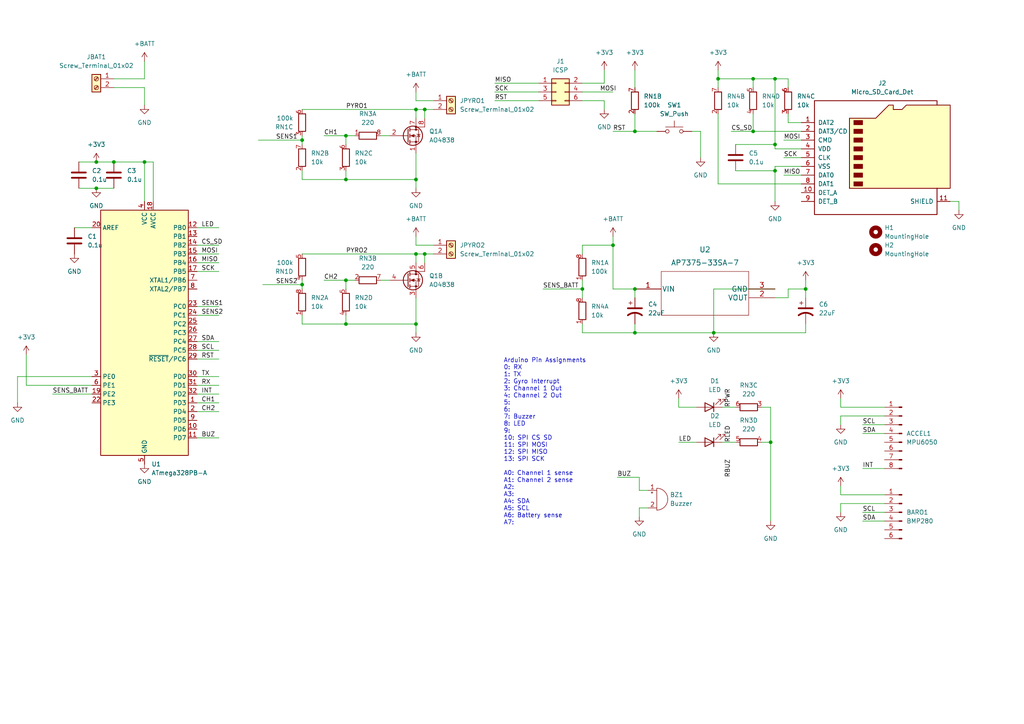
<source format=kicad_sch>
(kicad_sch (version 20230121) (generator eeschema)
  (paper "A4")
  (lib_symbols
    (symbol "Connector:Conn_01x06_Male" (pin_names (offset 1.016) hide)
      (property "Reference" "J" (at 0 7.62 0))
      (property "Value" "Conn_01x06_Male" (at 0 -10.16 0))
      (symbol "Conn_01x06_Male_1_1"
        (polyline (pts (xy 1.27 -7.62) (xy 0.8636 -7.62)) (stroke (width 0.1524)))
        (polyline (pts (xy 1.27 -5.08) (xy 0.8636 -5.08)) (stroke (width 0.1524)))
        (polyline (pts (xy 1.27 -2.54) (xy 0.8636 -2.54)) (stroke (width 0.1524)))
        (polyline (pts (xy 1.27 0) (xy 0.8636 0)) (stroke (width 0.1524)))
        (polyline (pts (xy 1.27 2.54) (xy 0.8636 2.54)) (stroke (width 0.1524)))
        (polyline (pts (xy 1.27 5.08) (xy 0.8636 5.08)) (stroke (width 0.1524)))
        (rectangle (start 0.8636 -7.493) (end 0 -7.747) (stroke (width 0.1524)) (fill (type outline)))
        (rectangle (start 0.8636 -4.953) (end 0 -5.207) (stroke (width 0.1524)) (fill (type outline)))
        (rectangle (start 0.8636 -2.413) (end 0 -2.667) (stroke (width 0.1524)) (fill (type outline)))
        (rectangle (start 0.8636 0.127) (end 0 -0.127) (stroke (width 0.1524)) (fill (type outline)))
        (rectangle (start 0.8636 2.667) (end 0 2.413) (stroke (width 0.1524)) (fill (type outline)))
        (rectangle (start 0.8636 5.207) (end 0 4.953) (stroke (width 0.1524)) (fill (type outline)))
        (pin passive line (at 5.08 5.08 180) (length 3.81) (name "Pin_1") (number "1"))
        (pin passive line (at 5.08 2.54 180) (length 3.81) (name "Pin_2") (number "2"))
        (pin passive line (at 5.08 0 180) (length 3.81) (name "Pin_3") (number "3"))
        (pin passive line (at 5.08 -2.54 180) (length 3.81) (name "Pin_4") (number "4"))
        (pin passive line (at 5.08 -5.08 180) (length 3.81) (name "Pin_5") (number "5"))
        (pin passive line (at 5.08 -7.62 180) (length 3.81) (name "Pin_6") (number "6"))
      )
    )
    (symbol "Connector:Conn_01x08_Male" (pin_names (offset 1.016) hide)
      (property "Reference" "J" (at 0 10.16 0))
      (property "Value" "Conn_01x08_Male" (at 0 -12.7 0))
      (symbol "Conn_01x08_Male_1_1"
        (polyline (pts (xy 1.27 -10.16) (xy 0.8636 -10.16)) (stroke (width 0.1524)))
        (polyline (pts (xy 1.27 -7.62) (xy 0.8636 -7.62)) (stroke (width 0.1524)))
        (polyline (pts (xy 1.27 -5.08) (xy 0.8636 -5.08)) (stroke (width 0.1524)))
        (polyline (pts (xy 1.27 -2.54) (xy 0.8636 -2.54)) (stroke (width 0.1524)))
        (polyline (pts (xy 1.27 0) (xy 0.8636 0)) (stroke (width 0.1524)))
        (polyline (pts (xy 1.27 2.54) (xy 0.8636 2.54)) (stroke (width 0.1524)))
        (polyline (pts (xy 1.27 5.08) (xy 0.8636 5.08)) (stroke (width 0.1524)))
        (polyline (pts (xy 1.27 7.62) (xy 0.8636 7.62)) (stroke (width 0.1524)))
        (rectangle (start 0.8636 -10.033) (end 0 -10.287) (stroke (width 0.1524)) (fill (type outline)))
        (rectangle (start 0.8636 -7.493) (end 0 -7.747) (stroke (width 0.1524)) (fill (type outline)))
        (rectangle (start 0.8636 -4.953) (end 0 -5.207) (stroke (width 0.1524)) (fill (type outline)))
        (rectangle (start 0.8636 -2.413) (end 0 -2.667) (stroke (width 0.1524)) (fill (type outline)))
        (rectangle (start 0.8636 0.127) (end 0 -0.127) (stroke (width 0.1524)) (fill (type outline)))
        (rectangle (start 0.8636 2.667) (end 0 2.413) (stroke (width 0.1524)) (fill (type outline)))
        (rectangle (start 0.8636 5.207) (end 0 4.953) (stroke (width 0.1524)) (fill (type outline)))
        (rectangle (start 0.8636 7.747) (end 0 7.493) (stroke (width 0.1524)) (fill (type outline)))
        (pin passive line (at 5.08 7.62 180) (length 3.81) (name "Pin_1") (number "1"))
        (pin passive line (at 5.08 5.08 180) (length 3.81) (name "Pin_2") (number "2"))
        (pin passive line (at 5.08 2.54 180) (length 3.81) (name "Pin_3") (number "3"))
        (pin passive line (at 5.08 0 180) (length 3.81) (name "Pin_4") (number "4"))
        (pin passive line (at 5.08 -2.54 180) (length 3.81) (name "Pin_5") (number "5"))
        (pin passive line (at 5.08 -5.08 180) (length 3.81) (name "Pin_6") (number "6"))
        (pin passive line (at 5.08 -7.62 180) (length 3.81) (name "Pin_7") (number "7"))
        (pin passive line (at 5.08 -10.16 180) (length 3.81) (name "Pin_8") (number "8"))
      )
    )
    (symbol "Connector:Micro_SD_Card_Det" (pin_names (offset 1.016))
      (property "Reference" "J" (at -16.51 17.78 0))
      (property "Value" "Micro_SD_Card_Det" (at 16.51 17.78 0))
      (symbol "Micro_SD_Card_Det_0_1"
        (rectangle (start -7.62 -6.985) (end -5.08 -8.255) (fill (type outline)))
        (rectangle (start -7.62 -4.445) (end -5.08 -5.715) (fill (type outline)))
        (rectangle (start -7.62 -1.905) (end -5.08 -3.175) (fill (type outline)))
        (rectangle (start -7.62 0.635) (end -5.08 -0.635) (fill (type outline)))
        (rectangle (start -7.62 3.175) (end -5.08 1.905) (fill (type outline)))
        (rectangle (start -7.62 5.715) (end -5.08 4.445) (fill (type outline)))
        (rectangle (start -7.62 8.255) (end -5.08 6.985) (fill (type outline)))
        (rectangle (start -7.62 10.795) (end -5.08 9.525) (fill (type outline)))
        (polyline (pts (xy 16.51 15.24) (xy 16.51 16.51) (xy -19.05 16.51) (xy -19.05 -16.51) (xy 16.51 -16.51) (xy 16.51 -8.89)) (stroke (width 0.254)))
        (polyline (pts (xy -8.89 -8.89) (xy -8.89 11.43) (xy -1.27 11.43) (xy 2.54 15.24) (xy 3.81 15.24) (xy 3.81 13.97) (xy 6.35 13.97) (xy 7.62 15.24) (xy 20.32 15.24) (xy 20.32 -8.89) (xy -8.89 -8.89)) (stroke (width 0.254)) (fill (type background)))
      )
      (symbol "Micro_SD_Card_Det_1_1"
        (pin bidirectional line (at -22.86 10.16 0) (length 3.81) (name "DAT2") (number "1"))
        (pin passive line (at -22.86 -10.16 0) (length 3.81) (name "DET_A") (number "10"))
        (pin passive line (at 20.32 -12.7 180) (length 3.81) (name "SHIELD") (number "11"))
        (pin bidirectional line (at -22.86 7.62 0) (length 3.81) (name "DAT3/CD") (number "2"))
        (pin input line (at -22.86 5.08 0) (length 3.81) (name "CMD") (number "3"))
        (pin power_in line (at -22.86 2.54 0) (length 3.81) (name "VDD") (number "4"))
        (pin input line (at -22.86 0 0) (length 3.81) (name "CLK") (number "5"))
        (pin power_in line (at -22.86 -2.54 0) (length 3.81) (name "VSS") (number "6"))
        (pin bidirectional line (at -22.86 -5.08 0) (length 3.81) (name "DAT0") (number "7"))
        (pin bidirectional line (at -22.86 -7.62 0) (length 3.81) (name "DAT1") (number "8"))
        (pin passive line (at -22.86 -12.7 0) (length 3.81) (name "DET_B") (number "9"))
      )
    )
    (symbol "Connector:Screw_Terminal_01x02" (pin_names (offset 1.016) hide)
      (property "Reference" "J" (at 0 2.54 0))
      (property "Value" "Screw_Terminal_01x02" (at 0 -5.08 0))
      (symbol "Screw_Terminal_01x02_1_1"
        (rectangle (start -1.27 1.27) (end 1.27 -3.81) (stroke (width 0.254)) (fill (type background)))
        (circle (center 0 -2.54) (radius 0.635) (stroke (width 0.1524)))
        (polyline (pts (xy -0.5334 -2.2098) (xy 0.3302 -3.048)) (stroke (width 0.1524)))
        (polyline (pts (xy -0.5334 0.3302) (xy 0.3302 -0.508)) (stroke (width 0.1524)))
        (polyline (pts (xy -0.3556 -2.032) (xy 0.508 -2.8702)) (stroke (width 0.1524)))
        (polyline (pts (xy -0.3556 0.508) (xy 0.508 -0.3302)) (stroke (width 0.1524)))
        (circle (center 0 0) (radius 0.635) (stroke (width 0.1524)))
        (pin passive line (at -5.08 0 0) (length 3.81) (name "Pin_1") (number "1"))
        (pin passive line (at -5.08 -2.54 0) (length 3.81) (name "Pin_2") (number "2"))
      )
    )
    (symbol "Connector_Generic:Conn_02x03_Odd_Even" (pin_names (offset 1.016) hide)
      (property "Reference" "J" (at 1.27 5.08 0))
      (property "Value" "Conn_02x03_Odd_Even" (at 1.27 -5.08 0))
      (symbol "Conn_02x03_Odd_Even_1_1"
        (rectangle (start -1.27 -2.413) (end 0 -2.667) (stroke (width 0.1524)))
        (rectangle (start -1.27 0.127) (end 0 -0.127) (stroke (width 0.1524)))
        (rectangle (start -1.27 2.667) (end 0 2.413) (stroke (width 0.1524)))
        (rectangle (start -1.27 3.81) (end 3.81 -3.81) (stroke (width 0.254)) (fill (type background)))
        (rectangle (start 3.81 -2.413) (end 2.54 -2.667) (stroke (width 0.1524)))
        (rectangle (start 3.81 0.127) (end 2.54 -0.127) (stroke (width 0.1524)))
        (rectangle (start 3.81 2.667) (end 2.54 2.413) (stroke (width 0.1524)))
        (pin passive line (at -5.08 2.54 0) (length 3.81) (name "Pin_1") (number "1"))
        (pin passive line (at 7.62 2.54 180) (length 3.81) (name "Pin_2") (number "2"))
        (pin passive line (at -5.08 0 0) (length 3.81) (name "Pin_3") (number "3"))
        (pin passive line (at 7.62 0 180) (length 3.81) (name "Pin_4") (number "4"))
        (pin passive line (at -5.08 -2.54 0) (length 3.81) (name "Pin_5") (number "5"))
        (pin passive line (at 7.62 -2.54 180) (length 3.81) (name "Pin_6") (number "6"))
      )
    )
    (symbol "Device:Buzzer" (pin_names (offset 0.0254) hide)
      (property "Reference" "BZ" (at 3.81 1.27 0))
      (property "Value" "Buzzer" (at 3.81 -1.27 0))
      (symbol "Buzzer_0_1"
        (arc (start 0 -3.175) (mid 3.1612 0) (end 0 3.175))
        (polyline (pts (xy -1.651 1.905) (xy -1.143 1.905)))
        (polyline (pts (xy -1.397 2.159) (xy -1.397 1.651)))
        (polyline (pts (xy 0 3.175) (xy 0 -3.175)))
      )
      (symbol "Buzzer_1_1"
        (pin passive line (at -2.54 2.54 0) (length 2.54) (name "-") (number "1"))
        (pin passive line (at -2.54 -2.54 0) (length 2.54) (name "+") (number "2"))
      )
    )
    (symbol "Device:C" (pin_numbers hide) (pin_names (offset 0.254))
      (property "Reference" "C" (at 0.635 2.54 0))
      (property "Value" "C" (at 0.635 -2.54 0))
      (symbol "C_0_1"
        (polyline (pts (xy -2.032 -0.762) (xy 2.032 -0.762)) (stroke (width 0.508)))
        (polyline (pts (xy -2.032 0.762) (xy 2.032 0.762)) (stroke (width 0.508)))
      )
      (symbol "C_1_1"
        (pin passive line (at 0 3.81 270) (length 2.794) (name "~") (number "1"))
        (pin passive line (at 0 -3.81 90) (length 2.794) (name "~") (number "2"))
      )
    )
    (symbol "Device:C_Polarized_US" (pin_numbers hide) (pin_names (offset 0.254) hide)
      (property "Reference" "C" (at 0.635 2.54 0))
      (property "Value" "C_Polarized_US" (at 0.635 -2.54 0))
      (symbol "C_Polarized_US_0_1"
        (polyline (pts (xy -2.032 0.762) (xy 2.032 0.762)) (stroke (width 0.508)))
        (polyline (pts (xy -1.778 2.286) (xy -0.762 2.286)))
        (polyline (pts (xy -1.27 1.778) (xy -1.27 2.794)))
        (arc (start 2.032 -1.27) (mid 0 -0.5572) (end -2.032 -1.27) (stroke (width 0.508)))
      )
      (symbol "C_Polarized_US_1_1"
        (pin passive line (at 0 3.81 270) (length 2.794) (name "~") (number "1"))
        (pin passive line (at 0 -3.81 90) (length 3.302) (name "~") (number "2"))
      )
    )
    (symbol "Device:LED" (pin_numbers hide) (pin_names (offset 1.016) hide)
      (property "Reference" "D" (at 0 2.54 0))
      (property "Value" "LED" (at 0 -2.54 0))
      (symbol "LED_0_1"
        (polyline (pts (xy -1.27 -1.27) (xy -1.27 1.27)) (stroke (width 0.254)))
        (polyline (pts (xy -1.27 0) (xy 1.27 0)))
        (polyline (pts (xy 1.27 -1.27) (xy 1.27 1.27) (xy -1.27 0) (xy 1.27 -1.27)) (stroke (width 0.254)))
        (polyline (pts (xy -3.048 -0.762) (xy -4.572 -2.286) (xy -3.81 -2.286) (xy -4.572 -2.286) (xy -4.572 -1.524)))
        (polyline (pts (xy -1.778 -0.762) (xy -3.302 -2.286) (xy -2.54 -2.286) (xy -3.302 -2.286) (xy -3.302 -1.524)))
      )
      (symbol "LED_1_1"
        (pin passive line (at -3.81 0 0) (length 2.54) (name "K") (number "1"))
        (pin passive line (at 3.81 0 180) (length 2.54) (name "A") (number "2"))
      )
    )
    (symbol "Device:Q_Dual_NMOS_S1G1S2G2D2D2D1D1" (pin_names (offset 0) hide)
      (property "Reference" "Q" (at 5.08 1.27 0))
      (property "Value" "Q_Dual_NMOS_S1G1S2G2D2D2D1D1" (at 5.08 -1.27 0))
      (symbol "Q_Dual_NMOS_S1G1S2G2D2D2D1D1_0_1"
        (polyline (pts (xy 0.254 0) (xy -2.54 0)))
        (polyline (pts (xy 0.254 1.905) (xy 0.254 -1.905)) (stroke (width 0.254)))
        (polyline (pts (xy 0.762 -1.27) (xy 0.762 -2.286)) (stroke (width 0.254)))
        (polyline (pts (xy 0.762 0.508) (xy 0.762 -0.508)) (stroke (width 0.254)))
        (polyline (pts (xy 0.762 2.286) (xy 0.762 1.27)) (stroke (width 0.254)))
        (polyline (pts (xy 2.54 2.54) (xy 2.54 1.778)))
        (polyline (pts (xy 5.08 2.54) (xy 2.54 2.54)))
        (polyline (pts (xy 2.54 -2.54) (xy 2.54 0) (xy 0.762 0)))
        (polyline (pts (xy 0.762 -1.778) (xy 3.302 -1.778) (xy 3.302 1.778) (xy 0.762 1.778)))
        (polyline (pts (xy 1.016 0) (xy 2.032 0.381) (xy 2.032 -0.381) (xy 1.016 0)) (fill (type outline)))
        (polyline (pts (xy 2.794 0.508) (xy 2.921 0.381) (xy 3.683 0.381) (xy 3.81 0.254)))
        (polyline (pts (xy 3.302 0.381) (xy 2.921 -0.254) (xy 3.683 -0.254) (xy 3.302 0.381)))
        (circle (center 1.651 0) (radius 2.794) (stroke (width 0.254)))
        (circle (center 2.54 -1.778) (radius 0.254) (fill (type outline)))
        (circle (center 2.54 1.778) (radius 0.254) (fill (type outline)))
        (circle (center 2.54 2.54) (radius 0.254) (fill (type outline)))
      )
      (symbol "Q_Dual_NMOS_S1G1S2G2D2D2D1D1_1_1"
        (pin passive line (at 2.54 -5.08 90) (length 2.54) (name "S") (number "1"))
        (pin input line (at -5.08 0 0) (length 2.54) (name "G") (number "2"))
        (pin passive line (at 2.54 5.08 270) (length 2.54) (name "D") (number "7"))
        (pin passive line (at 5.08 5.08 270) (length 2.54) (name "D") (number "8"))
      )
      (symbol "Q_Dual_NMOS_S1G1S2G2D2D2D1D1_2_1"
        (pin passive line (at 2.54 -5.08 90) (length 2.54) (name "S") (number "3"))
        (pin input line (at -5.08 0 0) (length 2.54) (name "G") (number "4"))
        (pin passive line (at 2.54 5.08 270) (length 2.54) (name "D") (number "5"))
        (pin passive line (at 5.08 5.08 270) (length 2.54) (name "D") (number "6"))
      )
    )
    (symbol "Device:R_Pack04_Split" (pin_names (offset 0) hide)
      (property "Reference" "RN" (at 2.032 0 90))
      (property "Value" "R_Pack04_Split" (at 0 0 90))
      (symbol "R_Pack04_Split_0_1"
        (rectangle (start 1.016 2.54) (end -1.016 -2.54) (stroke (width 0.254)))
      )
      (symbol "R_Pack04_Split_1_1"
        (pin passive line (at 0 -3.81 90) (length 1.27) (name "R1.1") (number "1"))
        (pin passive line (at 0 3.81 270) (length 1.27) (name "R1.2") (number "8"))
      )
      (symbol "R_Pack04_Split_2_1"
        (pin passive line (at 0 -3.81 90) (length 1.27) (name "R2.1") (number "2"))
        (pin passive line (at 0 3.81 270) (length 1.27) (name "R2.2") (number "7"))
      )
      (symbol "R_Pack04_Split_3_1"
        (pin passive line (at 0 -3.81 90) (length 1.27) (name "R3.1") (number "3"))
        (pin passive line (at 0 3.81 270) (length 1.27) (name "R3.2") (number "6"))
      )
      (symbol "R_Pack04_Split_4_1"
        (pin passive line (at 0 -3.81 90) (length 1.27) (name "R4.1") (number "4"))
        (pin passive line (at 0 3.81 270) (length 1.27) (name "R4.2") (number "5"))
      )
    )
    (symbol "MCU_Microchip_ATmega:ATmega328PB-A"
      (property "Reference" "U" (at -12.7 36.83 0))
      (property "Value" "ATmega328PB-A" (at 2.54 -36.83 0))
      (symbol "ATmega328PB-A_0_1"
        (rectangle (start -12.7 -35.56) (end 12.7 35.56) (stroke (width 0.254)) (fill (type background)))
      )
      (symbol "ATmega328PB-A_1_1"
        (pin bidirectional line (at 15.24 -20.32 180) (length 2.54) (name "PD3") (number "1"))
        (pin bidirectional line (at 15.24 -27.94 180) (length 2.54) (name "PD6") (number "10"))
        (pin bidirectional line (at 15.24 -30.48 180) (length 2.54) (name "PD7") (number "11"))
        (pin bidirectional line (at 15.24 30.48 180) (length 2.54) (name "PB0") (number "12"))
        (pin bidirectional line (at 15.24 27.94 180) (length 2.54) (name "PB1") (number "13"))
        (pin bidirectional line (at 15.24 25.4 180) (length 2.54) (name "PB2") (number "14"))
        (pin bidirectional line (at 15.24 22.86 180) (length 2.54) (name "PB3") (number "15"))
        (pin bidirectional line (at 15.24 20.32 180) (length 2.54) (name "PB4") (number "16"))
        (pin bidirectional line (at 15.24 17.78 180) (length 2.54) (name "PB5") (number "17"))
        (pin power_in line (at 2.54 38.1 270) (length 2.54) (name "AVCC") (number "18"))
        (pin bidirectional line (at -15.24 -17.78 0) (length 2.54) (name "PE2") (number "19"))
        (pin bidirectional line (at 15.24 -22.86 180) (length 2.54) (name "PD4") (number "2"))
        (pin passive line (at -15.24 30.48 0) (length 2.54) (name "AREF") (number "20"))
        (pin passive line (at 0 -38.1 90) (length 2.54) hide (name "GND") (number "21"))
        (pin bidirectional line (at -15.24 -20.32 0) (length 2.54) (name "PE3") (number "22"))
        (pin bidirectional line (at 15.24 7.62 180) (length 2.54) (name "PC0") (number "23"))
        (pin bidirectional line (at 15.24 5.08 180) (length 2.54) (name "PC1") (number "24"))
        (pin bidirectional line (at 15.24 2.54 180) (length 2.54) (name "PC2") (number "25"))
        (pin bidirectional line (at 15.24 0 180) (length 2.54) (name "PC3") (number "26"))
        (pin bidirectional line (at 15.24 -2.54 180) (length 2.54) (name "PC4") (number "27"))
        (pin bidirectional line (at 15.24 -5.08 180) (length 2.54) (name "PC5") (number "28"))
        (pin bidirectional line (at 15.24 -7.62 180) (length 2.54) (name "~{RESET}/PC6") (number "29"))
        (pin bidirectional line (at -15.24 -12.7 0) (length 2.54) (name "PE0") (number "3"))
        (pin bidirectional line (at 15.24 -12.7 180) (length 2.54) (name "PD0") (number "30"))
        (pin bidirectional line (at 15.24 -15.24 180) (length 2.54) (name "PD1") (number "31"))
        (pin bidirectional line (at 15.24 -17.78 180) (length 2.54) (name "PD2") (number "32"))
        (pin power_in line (at 0 38.1 270) (length 2.54) (name "VCC") (number "4"))
        (pin power_in line (at 0 -38.1 90) (length 2.54) (name "GND") (number "5"))
        (pin bidirectional line (at -15.24 -15.24 0) (length 2.54) (name "PE1") (number "6"))
        (pin bidirectional line (at 15.24 15.24 180) (length 2.54) (name "XTAL1/PB6") (number "7"))
        (pin bidirectional line (at 15.24 12.7 180) (length 2.54) (name "XTAL2/PB7") (number "8"))
        (pin bidirectional line (at 15.24 -25.4 180) (length 2.54) (name "PD5") (number "9"))
      )
    )
    (symbol "Mechanical:MountingHole" (pin_names (offset 1.016))
      (property "Reference" "H" (at 0 5.08 0))
      (property "Value" "MountingHole" (at 0 3.175 0))
      (symbol "MountingHole_0_1"
        (circle (center 0 0) (radius 1.27) (stroke (width 1.27)))
      )
    )
    (symbol "Regulator_Linear_Custom:AP7375-33SA-7" (pin_names (offset 0.254))
      (property "Reference" "U" (at 20.32 10.16 0))
      (property "Value" "AP7375-33SA-7" (at 20.32 7.62 0))
      (symbol "AP7375-33SA-7_1_1"
        (polyline (pts (xy 7.62 -7.62) (xy 33.02 -7.62)) (stroke (width 0.127)))
        (polyline (pts (xy 7.62 5.08) (xy 7.62 -7.62)) (stroke (width 0.127)))
        (polyline (pts (xy 33.02 -7.62) (xy 33.02 5.08)) (stroke (width 0.127)))
        (polyline (pts (xy 33.02 5.08) (xy 7.62 5.08)) (stroke (width 0.127)))
        (pin input line (at 0 0 0) (length 7.62) (name "VIN") (number "1"))
        (pin output line (at 40.64 -2.54 180) (length 7.62) (name "VOUT") (number "2"))
        (pin power_in line (at 40.64 0 180) (length 7.62) (name "GND") (number "3"))
      )
    )
    (symbol "Switch:SW_Push" (pin_numbers hide) (pin_names (offset 1.016) hide)
      (property "Reference" "SW" (at 1.27 2.54 0))
      (property "Value" "SW_Push" (at 0 -1.524 0))
      (symbol "SW_Push_0_1"
        (circle (center -2.032 0) (radius 0.508))
        (polyline (pts (xy 0 1.27) (xy 0 3.048)))
        (polyline (pts (xy 2.54 1.27) (xy -2.54 1.27)))
        (circle (center 2.032 0) (radius 0.508))
        (pin passive line (at -5.08 0 0) (length 2.54) (name "1") (number "1"))
        (pin passive line (at 5.08 0 180) (length 2.54) (name "2") (number "2"))
      )
    )
    (symbol "power:+3V3" (power) (pin_names (offset 0))
      (property "Value" "+3V3" (at 0 3.556 0))
      (symbol "+3V3_0_1"
        (polyline (pts (xy -0.762 1.27) (xy 0 2.54)))
        (polyline (pts (xy 0 0) (xy 0 2.54)))
        (polyline (pts (xy 0 2.54) (xy 0.762 1.27)))
      )
      (symbol "+3V3_1_1"
        (pin power_in line (at 0 0 90) (length 0) hide (name "+3V3") (number "1"))
      )
    )
    (symbol "power:+BATT" (power) (pin_names (offset 0))
      (property "Value" "+BATT" (at 0 3.556 0))
      (symbol "+BATT_0_1"
        (polyline (pts (xy -0.762 1.27) (xy 0 2.54)))
        (polyline (pts (xy 0 0) (xy 0 2.54)))
        (polyline (pts (xy 0 2.54) (xy 0.762 1.27)))
      )
      (symbol "+BATT_1_1"
        (pin power_in line (at 0 0 90) (length 0) hide (name "+BATT") (number "1"))
      )
    )
    (symbol "power:GND" (power) (pin_names (offset 0))
      (property "Value" "GND" (at 0 -3.81 0))
      (symbol "GND_0_1"
        (polyline (pts (xy 0 0) (xy 0 -1.27) (xy 1.27 -1.27) (xy 0 -2.54) (xy -1.27 -1.27) (xy 0 -1.27)))
      )
      (symbol "GND_1_1"
        (pin power_in line (at 0 0 270) (length 0) hide (name "GND") (number "1"))
      )
    )
  )
  (junction (at 208.28 22.86))
  (junction (at 27.94 46.99))
  (junction (at 87.63 40.64))
  (junction (at 27.94 54.61))
  (junction (at 120.65 31.75))
  (junction (at 207.01 96.52))
  (junction (at 184.15 83.82))
  (junction (at 100.33 81.28))
  (junction (at 100.33 39.37))
  (junction (at 168.91 83.82))
  (junction (at 120.65 73.66))
  (junction (at 33.02 46.99))
  (junction (at 224.79 41.91))
  (junction (at 184.15 38.1))
  (junction (at 218.44 22.86))
  (junction (at 177.8 71.12))
  (junction (at 120.65 93.98))
  (junction (at 120.65 52.07))
  (junction (at 100.33 52.07))
  (junction (at 41.91 46.99))
  (junction (at 233.68 83.82))
  (junction (at 100.33 93.98))
  (junction (at 224.79 22.86))
  (junction (at 218.44 38.1))
  (junction (at 223.52 128.27))
  (junction (at 184.15 96.52))
  (junction (at 224.79 49.53))
  (junction (at 123.19 31.75))
  (junction (at 123.19 73.66))
  (junction (at 87.63 82.55))
  (wire (pts (xy 57.15 71.12) (xy 63.5 71.12)))
  (wire (pts (xy 125.73 29.21) (xy 120.65 29.21)))
  (wire (pts (xy 243.84 120.65) (xy 256.54 120.65)))
  (wire (pts (xy 184.15 96.52) (xy 207.01 96.52)))
  (wire (pts (xy 100.33 93.98) (xy 120.65 93.98)))
  (wire (pts (xy 168.91 96.52) (xy 184.15 96.52)))
  (wire (pts (xy 44.45 46.99) (xy 44.45 58.42)))
  (wire (pts (xy 177.8 38.1) (xy 184.15 38.1)))
  (wire (pts (xy 87.63 39.37) (xy 87.63 40.64)))
  (wire (pts (xy 224.79 43.18) (xy 224.79 41.91)))
  (wire (pts (xy 208.28 20.32) (xy 208.28 22.86)))
  (wire (pts (xy 74.93 40.64) (xy 87.63 40.64)))
  (wire (pts (xy 93.98 81.28) (xy 100.33 81.28)))
  (wire (pts (xy 250.19 123.19) (xy 256.54 123.19)))
  (wire (pts (xy 21.59 66.04) (xy 26.67 66.04)))
  (wire (pts (xy 110.49 39.37) (xy 113.03 39.37)))
  (wire (pts (xy 220.98 128.27) (xy 223.52 128.27)))
  (wire (pts (xy 203.2 38.1) (xy 203.2 45.72)))
  (wire (pts (xy 120.65 86.36) (xy 120.65 93.98)))
  (wire (pts (xy 57.15 114.3) (xy 63.5 114.3)))
  (wire (pts (xy 224.79 22.86) (xy 228.6 22.86)))
  (wire (pts (xy 213.36 41.91) (xy 224.79 41.91)))
  (wire (pts (xy 177.8 71.12) (xy 177.8 83.82)))
  (wire (pts (xy 15.24 114.3) (xy 26.67 114.3)))
  (wire (pts (xy 208.28 22.86) (xy 208.28 25.4)))
  (wire (pts (xy 278.13 58.42) (xy 275.59 58.42)))
  (wire (pts (xy 27.94 54.61) (xy 33.02 54.61)))
  (wire (pts (xy 232.41 35.56) (xy 228.6 35.56)))
  (wire (pts (xy 212.09 38.1) (xy 218.44 38.1)))
  (wire (pts (xy 207.01 83.82) (xy 207.01 96.52)))
  (wire (pts (xy 233.68 81.28) (xy 233.68 83.82)))
  (wire (pts (xy 87.63 41.91) (xy 87.63 40.64)))
  (wire (pts (xy 227.33 50.8) (xy 232.41 50.8)))
  (wire (pts (xy 7.62 102.87) (xy 7.62 111.76)))
  (wire (pts (xy 102.87 81.28) (xy 100.33 81.28)))
  (wire (pts (xy 100.33 52.07) (xy 100.33 49.53)))
  (wire (pts (xy 200.66 38.1) (xy 203.2 38.1)))
  (wire (pts (xy 224.79 41.91) (xy 224.79 22.86)))
  (wire (pts (xy 102.87 39.37) (xy 100.33 39.37)))
  (wire (pts (xy 125.73 31.75) (xy 123.19 31.75)))
  (wire (pts (xy 243.84 146.05) (xy 256.54 146.05)))
  (wire (pts (xy 120.65 29.21) (xy 120.65 26.67)))
  (wire (pts (xy 168.91 93.98) (xy 168.91 96.52)))
  (wire (pts (xy 57.15 111.76) (xy 63.5 111.76)))
  (wire (pts (xy 175.26 20.32) (xy 175.26 24.13)))
  (wire (pts (xy 243.84 120.65) (xy 243.84 123.19)))
  (wire (pts (xy 187.96 142.24) (xy 185.42 142.24)))
  (wire (pts (xy 224.79 83.82) (xy 207.01 83.82)))
  (wire (pts (xy 250.19 151.13) (xy 256.54 151.13)))
  (wire (pts (xy 120.65 44.45) (xy 120.65 52.07)))
  (wire (pts (xy 41.91 46.99) (xy 41.91 58.42)))
  (wire (pts (xy 175.26 24.13) (xy 168.91 24.13)))
  (wire (pts (xy 213.36 49.53) (xy 224.79 49.53)))
  (wire (pts (xy 87.63 81.28) (xy 87.63 82.55)))
  (wire (pts (xy 278.13 60.96) (xy 278.13 58.42)))
  (wire (pts (xy 232.41 53.34) (xy 208.28 53.34)))
  (wire (pts (xy 100.33 81.28) (xy 100.33 83.82)))
  (wire (pts (xy 207.01 96.52) (xy 233.68 96.52)))
  (wire (pts (xy 125.73 73.66) (xy 123.19 73.66)))
  (wire (pts (xy 184.15 83.82) (xy 184.15 86.36)))
  (wire (pts (xy 243.84 115.57) (xy 243.84 118.11)))
  (wire (pts (xy 143.51 24.13) (xy 156.21 24.13)))
  (wire (pts (xy 227.33 40.64) (xy 232.41 40.64)))
  (wire (pts (xy 33.02 25.4) (xy 41.91 25.4)))
  (wire (pts (xy 243.84 146.05) (xy 243.84 148.59)))
  (wire (pts (xy 27.94 46.99) (xy 33.02 46.99)))
  (wire (pts (xy 57.15 73.66) (xy 63.5 73.66)))
  (wire (pts (xy 224.79 49.53) (xy 224.79 58.42)))
  (wire (pts (xy 233.68 86.36) (xy 233.68 83.82)))
  (wire (pts (xy 218.44 38.1) (xy 218.44 33.02)))
  (wire (pts (xy 228.6 83.82) (xy 228.6 86.36)))
  (wire (pts (xy 185.42 147.32) (xy 185.42 149.86)))
  (wire (pts (xy 26.67 109.22) (xy 5.08 109.22)))
  (wire (pts (xy 220.98 118.11) (xy 223.52 118.11)))
  (wire (pts (xy 87.63 52.07) (xy 100.33 52.07)))
  (wire (pts (xy 196.85 115.57) (xy 196.85 118.11)))
  (wire (pts (xy 228.6 35.56) (xy 228.6 33.02)))
  (wire (pts (xy 208.28 53.34) (xy 208.28 33.02)))
  (wire (pts (xy 168.91 29.21) (xy 175.26 29.21)))
  (wire (pts (xy 100.33 39.37) (xy 100.33 41.91)))
  (wire (pts (xy 190.5 38.1) (xy 184.15 38.1)))
  (wire (pts (xy 120.65 71.12) (xy 120.65 68.58)))
  (wire (pts (xy 223.52 128.27) (xy 223.52 151.13)))
  (wire (pts (xy 143.51 26.67) (xy 156.21 26.67)))
  (wire (pts (xy 57.15 99.06) (xy 63.5 99.06)))
  (wire (pts (xy 218.44 22.86) (xy 224.79 22.86)))
  (wire (pts (xy 5.08 109.22) (xy 5.08 116.84)))
  (wire (pts (xy 120.65 52.07) (xy 120.65 54.61)))
  (wire (pts (xy 57.15 91.44) (xy 63.5 91.44)))
  (wire (pts (xy 120.65 73.66) (xy 123.19 73.66)))
  (wire (pts (xy 57.15 101.6) (xy 63.5 101.6)))
  (wire (pts (xy 76.2 82.55) (xy 87.63 82.55)))
  (wire (pts (xy 218.44 25.4) (xy 218.44 22.86)))
  (wire (pts (xy 168.91 26.67) (xy 177.8 26.67)))
  (wire (pts (xy 57.15 116.84) (xy 63.5 116.84)))
  (wire (pts (xy 57.15 76.2) (xy 63.5 76.2)))
  (wire (pts (xy 228.6 25.4) (xy 228.6 22.86)))
  (wire (pts (xy 93.98 39.37) (xy 100.33 39.37)))
  (wire (pts (xy 87.63 49.53) (xy 87.63 52.07)))
  (wire (pts (xy 87.63 73.66) (xy 120.65 73.66)))
  (wire (pts (xy 187.96 147.32) (xy 185.42 147.32)))
  (wire (pts (xy 57.15 66.04) (xy 63.5 66.04)))
  (wire (pts (xy 57.15 127) (xy 63.5 127)))
  (wire (pts (xy 250.19 148.59) (xy 256.54 148.59)))
  (wire (pts (xy 87.63 93.98) (xy 100.33 93.98)))
  (wire (pts (xy 196.85 128.27) (xy 201.93 128.27)))
  (wire (pts (xy 41.91 46.99) (xy 44.45 46.99)))
  (wire (pts (xy 223.52 118.11) (xy 223.52 128.27)))
  (wire (pts (xy 110.49 81.28) (xy 113.03 81.28)))
  (wire (pts (xy 185.42 142.24) (xy 185.42 138.43)))
  (wire (pts (xy 57.15 119.38) (xy 63.5 119.38)))
  (wire (pts (xy 227.33 45.72) (xy 232.41 45.72)))
  (wire (pts (xy 22.86 46.99) (xy 27.94 46.99)))
  (wire (pts (xy 218.44 22.86) (xy 208.28 22.86)))
  (wire (pts (xy 100.33 91.44) (xy 100.33 93.98)))
  (wire (pts (xy 184.15 38.1) (xy 184.15 33.02)))
  (wire (pts (xy 232.41 38.1) (xy 218.44 38.1)))
  (wire (pts (xy 57.15 109.22) (xy 63.5 109.22)))
  (wire (pts (xy 125.73 71.12) (xy 120.65 71.12)))
  (wire (pts (xy 184.15 20.32) (xy 184.15 25.4)))
  (wire (pts (xy 168.91 73.66) (xy 168.91 71.12)))
  (wire (pts (xy 120.65 31.75) (xy 123.19 31.75)))
  (wire (pts (xy 184.15 93.98) (xy 184.15 96.52)))
  (wire (pts (xy 250.19 135.89) (xy 256.54 135.89)))
  (wire (pts (xy 57.15 78.74) (xy 63.5 78.74)))
  (wire (pts (xy 57.15 88.9) (xy 63.5 88.9)))
  (wire (pts (xy 233.68 96.52) (xy 233.68 93.98)))
  (wire (pts (xy 26.67 111.76) (xy 7.62 111.76)))
  (wire (pts (xy 243.84 143.51) (xy 256.54 143.51)))
  (wire (pts (xy 209.55 128.27) (xy 213.36 128.27)))
  (wire (pts (xy 175.26 29.21) (xy 175.26 31.75)))
  (wire (pts (xy 184.15 83.82) (xy 177.8 83.82)))
  (wire (pts (xy 196.85 118.11) (xy 201.93 118.11)))
  (wire (pts (xy 232.41 43.18) (xy 224.79 43.18)))
  (wire (pts (xy 120.65 76.2) (xy 120.65 73.66)))
  (wire (pts (xy 41.91 25.4) (xy 41.91 30.48)))
  (wire (pts (xy 143.51 29.21) (xy 156.21 29.21)))
  (wire (pts (xy 33.02 22.86) (xy 41.91 22.86)))
  (wire (pts (xy 87.63 91.44) (xy 87.63 93.98)))
  (wire (pts (xy 224.79 48.26) (xy 224.79 49.53)))
  (wire (pts (xy 228.6 86.36) (xy 224.79 86.36)))
  (wire (pts (xy 243.84 140.97) (xy 243.84 143.51)))
  (wire (pts (xy 179.07 138.43) (xy 185.42 138.43)))
  (wire (pts (xy 41.91 17.78) (xy 41.91 22.86)))
  (wire (pts (xy 120.65 52.07) (xy 100.33 52.07)))
  (wire (pts (xy 120.65 34.29) (xy 120.65 31.75)))
  (wire (pts (xy 87.63 31.75) (xy 120.65 31.75)))
  (wire (pts (xy 243.84 118.11) (xy 256.54 118.11)))
  (wire (pts (xy 87.63 82.55) (xy 87.63 83.82)))
  (wire (pts (xy 22.86 54.61) (xy 27.94 54.61)))
  (wire (pts (xy 168.91 81.28) (xy 168.91 83.82)))
  (wire (pts (xy 233.68 83.82) (xy 228.6 83.82)))
  (wire (pts (xy 57.15 104.14) (xy 63.5 104.14)))
  (wire (pts (xy 123.19 31.75) (xy 123.19 34.29)))
  (wire (pts (xy 168.91 83.82) (xy 168.91 86.36)))
  (wire (pts (xy 177.8 68.58) (xy 177.8 71.12)))
  (wire (pts (xy 250.19 125.73) (xy 256.54 125.73)))
  (wire (pts (xy 209.55 118.11) (xy 213.36 118.11)))
  (wire (pts (xy 123.19 73.66) (xy 123.19 76.2)))
  (wire (pts (xy 157.48 83.82) (xy 168.91 83.82)))
  (wire (pts (xy 33.02 46.99) (xy 41.91 46.99)))
  (wire (pts (xy 168.91 71.12) (xy 177.8 71.12)))
  (wire (pts (xy 120.65 93.98) (xy 120.65 96.52)))
  (wire (pts (xy 232.41 48.26) (xy 224.79 48.26)))
  (text "Arduino Pin Assignments\n0: RX\n1: TX\n2: Gyro Interrupt\n3: Channel 1 Out\n4: Channel 2 Out\n5: \n6: \n7: Buzzer\n8: LED\n9: \n10: SPI CS SD\n11: SPI MOSI\n12: SPI MISO\n13: SPI SCK\n\nA0: Channel 1 sense\nA1: Channel 2 sense\nA2: \nA3: \nA4: SDA\nA5: SCL\nA6: Battery sense\nA7:" (at 146.05 152.4 0) (effects (font (size 1.27 1.27)) (justify left bottom)))
  (label "INT" (at 250.19 135.89 0))
  (label "RPWR" (at 212.09 118.11 90))
  (label "SCK" (at 227.33 45.72 0))
  (label "BUZ" (at 58.42 127 0))
  (label "SENS1" (at 80.01 40.64 0))
  (label "SENS_BATT" (at 157.48 83.82 0))
  (label "BUZ" (at 179.07 138.43 0))
  (label "SENS2" (at 80.01 82.55 0))
  (label "SENS_BATT" (at 15.24 114.3 0))
  (label "MISO" (at 58.42 76.2 0))
  (label "CS_SD" (at 58.42 71.12 0))
  (label "PYRO2" (at 100.33 73.66 0))
  (label "SCK" (at 143.51 26.67 0))
  (label "SCL" (at 58.42 101.6 0))
  (label "RST" (at 177.8 38.1 0))
  (label "MISO" (at 227.33 50.8 0))
  (label "MOSI" (at 227.33 40.64 0))
  (label "LED" (at 196.85 128.27 0))
  (label "MOSI" (at 173.99 26.67 0))
  (label "SCL" (at 250.19 123.19 0))
  (label "RBUZ" (at 212.09 138.43 90))
  (label "RX" (at 58.42 111.76 0))
  (label "CH1" (at 93.98 39.37 0))
  (label "CH1" (at 58.42 116.84 0))
  (label "PYRO1" (at 100.33 31.75 0))
  (label "SDA" (at 250.19 151.13 0))
  (label "INT" (at 58.42 114.3 0))
  (label "SDA" (at 250.19 125.73 0))
  (label "CH2" (at 58.42 119.38 0))
  (label "RLED" (at 212.09 128.27 90))
  (label "TX" (at 58.42 109.22 0))
  (label "RST" (at 58.42 104.14 0))
  (label "RST" (at 143.51 29.21 0))
  (label "LED" (at 58.42 66.04 0))
  (label "SCL" (at 250.19 148.59 0))
  (label "MOSI" (at 58.42 73.66 0))
  (label "SENS2" (at 58.42 91.44 0))
  (label "SENS1" (at 58.42 88.9 0))
  (label "CH2" (at 93.98 81.28 0))
  (label "MISO" (at 143.51 24.13 0))
  (label "SDA" (at 58.42 99.06 0))
  (label "CS_SD" (at 212.09 38.1 0))
  (label "SCK" (at 58.42 78.74 0))
  (symbol (lib_id "power:+3V3") (at 208.28 20.32 0) (unit 1)
    (property "Reference" "#PWR020" (effects hide))
    (property "Value" "+3V3" (at 208.28 15.24 0))
  )
  (symbol (lib_id "power:+BATT") (at 177.8 68.58 0) (unit 1)
    (property "Reference" "#PWR014" (effects hide))
    (property "Value" "+BATT" (at 177.8 63.5 0))
  )
  (symbol (lib_id "Connector:Screw_Terminal_01x02") (at 27.94 22.86 0) (mirror y) (unit 1)
    (property "Reference" "JBAT1" (at 27.94 16.51 0))
    (property "Value" "Screw_Terminal_01x02" (at 27.94 19.05 0))
    (property "Footprint" "TerminalBlock_TE-Connectivity:TerminalBlock_TE_282834-2_1x02_P2.54mm_Horizontal" (effects hide))
  )
  (symbol (lib_id "power:GND") (at 5.08 116.84 0) (unit 1)
    (property "Reference" "#PWR01" (effects hide))
    (property "Value" "GND" (at 5.08 121.92 0))
  )
  (symbol (lib_id "Device:R_Pack04_Split") (at 106.68 39.37 270) (unit 1)
    (property "Reference" "RN3" (at 106.68 33.02 90))
    (property "Value" "220" (at 106.68 35.56 90))
    (property "Footprint" "Resistor_SMD:R_Array_Concave_4x0603" (effects hide))
  )
  (symbol (lib_id "Connector:Screw_Terminal_01x02") (at 130.81 71.12 0) (unit 1)
    (property "Reference" "JPYRO2" (at 133.35 71.1199 0) (effects (justify left)))
    (property "Value" "Screw_Terminal_01x02" (at 133.35 73.6599 0) (effects (justify left)))
    (property "Footprint" "TerminalBlock_TE-Connectivity:TerminalBlock_TE_282834-2_1x02_P2.54mm_Horizontal" (effects hide))
  )
  (symbol (lib_id "power:GND") (at 243.84 123.19 0) (unit 1)
    (property "Reference" "#PWR025" (effects hide))
    (property "Value" "GND" (at 243.84 128.27 0))
  )
  (symbol (lib_id "Device:C") (at 213.36 45.72 0) (unit 1)
    (property "Reference" "C5" (at 217.17 44.4499 0) (effects (justify left)))
    (property "Value" "0.1u" (at 217.17 46.9899 0) (effects (justify left)))
    (property "Footprint" "Capacitor_SMD:C_0805_2012Metric_Pad1.18x1.45mm_HandSolder" (effects hide))
  )
  (symbol (lib_id "power:+3V3") (at 243.84 140.97 0) (unit 1)
    (property "Reference" "#PWR026" (effects hide))
    (property "Value" "+3V3" (at 243.84 135.89 0))
  )
  (symbol (lib_id "Device:R_Pack04_Split") (at 87.63 87.63 0) (unit 1)
    (property "Reference" "RN2" (at 90.17 86.3599 0) (effects (justify left)))
    (property "Value" "10k" (at 90.17 88.8999 0) (effects (justify left)))
    (property "Footprint" "Resistor_SMD:R_Array_Concave_4x0603" (effects hide))
  )
  (symbol (lib_id "Connector:Conn_01x06_Male") (at 261.62 148.59 0) (mirror y) (unit 1)
    (property "Reference" "BARO1" (at 262.89 148.5899 0) (effects (justify right)))
    (property "Value" "BMP280" (at 262.89 151.1299 0) (effects (justify right)))
    (property "Footprint" "Sensor_BreakoutBoards:Breakout_BMP280_Generic" (effects hide))
  )
  (symbol (lib_id "Device:R_Pack04_Split") (at 106.68 81.28 270) (unit 2)
    (property "Reference" "RN3" (at 106.68 74.93 90))
    (property "Value" "220" (at 106.68 77.47 90))
    (property "Footprint" "Resistor_SMD:R_Array_Concave_4x0603" (effects hide))
  )
  (symbol (lib_id "power:GND") (at 41.91 134.62 0) (unit 1)
    (property "Reference" "#PWR08" (effects hide))
    (property "Value" "GND" (at 41.91 139.7 0))
  )
  (symbol (lib_id "power:+3V3") (at 184.15 20.32 0) (unit 1)
    (property "Reference" "#PWR015" (effects hide))
    (property "Value" "+3V3" (at 184.15 15.24 0))
  )
  (symbol (lib_id "power:+BATT") (at 120.65 26.67 0) (unit 1)
    (property "Reference" "#PWR09" (effects hide))
    (property "Value" "+BATT" (at 120.65 21.59 0))
  )
  (symbol (lib_id "Device:R_Pack04_Split") (at 218.44 29.21 0) (unit 4)
    (property "Reference" "RN4" (at 220.98 27.9399 0) (effects (justify left)))
    (property "Value" "10k" (at 220.98 30.4799 0) (effects (justify left)))
    (property "Footprint" "Resistor_SMD:R_Array_Concave_4x0603" (effects hide))
  )
  (symbol (lib_id "Device:R_Pack04_Split") (at 87.63 77.47 0) (unit 4)
    (property "Reference" "RN1" (at 85.09 78.7401 0) (effects (justify right)))
    (property "Value" "100k" (at 85.09 76.2001 0) (effects (justify right)))
    (property "Footprint" "Resistor_SMD:R_Array_Concave_4x0603" (effects hide))
  )
  (symbol (lib_id "Device:R_Pack04_Split") (at 100.33 87.63 0) (unit 4)
    (property "Reference" "RN2" (at 102.87 86.3599 0) (effects (justify left)))
    (property "Value" "10k" (at 102.87 88.8999 0) (effects (justify left)))
    (property "Footprint" "Resistor_SMD:R_Array_Concave_4x0603" (effects hide))
  )
  (symbol (lib_id "Device:C") (at 21.59 69.85 0) (unit 1)
    (property "Reference" "C1" (at 25.4 68.5799 0) (effects (justify left)))
    (property "Value" "0.1u" (at 25.4 71.1199 0) (effects (justify left)))
    (property "Footprint" "Capacitor_SMD:C_0805_2012Metric_Pad1.18x1.45mm_HandSolder" (effects hide))
  )
  (symbol (lib_id "power:GND") (at 243.84 148.59 0) (unit 1)
    (property "Reference" "#PWR027" (effects hide))
    (property "Value" "GND" (at 243.84 153.67 0))
  )
  (symbol (lib_id "Connector:Micro_SD_Card_Det") (at 255.27 45.72 0) (unit 1)
    (property "Reference" "J2" (at 255.905 24.13 0))
    (property "Value" "Micro_SD_Card_Det" (at 255.905 26.67 0))
    (property "Footprint" "Connector_Amphenol:Connector_Amphenol_MicroSD_PushPull" (effects hide))
    (property "Datasheet" "https://www.hirose.com/product/en/download_file/key_name/DM3/category/Catalog/doc_file_id/49662/?file_category_id=4&item_id=195&is_series=1" (effects hide))
  )
  (symbol (lib_id "power:+3V3") (at 175.26 20.32 0) (unit 1)
    (property "Reference" "#PWR0101" (effects hide))
    (property "Value" "+3V3" (at 175.26 15.24 0))
  )
  (symbol (lib_id "power:+3V3") (at 233.68 81.28 0) (unit 1)
    (property "Reference" "#PWR023" (effects hide))
    (property "Value" "+3V3" (at 233.68 76.2 0))
  )
  (symbol (lib_id "Device:R_Pack04_Split") (at 100.33 45.72 0) (unit 3)
    (property "Reference" "RN2" (at 102.87 44.4499 0) (effects (justify left)))
    (property "Value" "10k" (at 102.87 46.9899 0) (effects (justify left)))
    (property "Footprint" "Resistor_SMD:R_Array_Concave_4x0603" (effects hide))
  )
  (symbol (lib_id "Device:C_Polarized_US") (at 184.15 90.17 0) (unit 1)
    (property "Reference" "C4" (at 187.96 88.2649 0) (effects (justify left)))
    (property "Value" "22uF" (at 187.96 90.8049 0) (effects (justify left)))
    (property "Footprint" "Capacitor_SMD:C_1206_3216Metric_Pad1.33x1.80mm_HandSolder" (effects hide))
  )
  (symbol (lib_id "Device:R_Pack04_Split") (at 168.91 77.47 0) (unit 1)
    (property "Reference" "RN1" (at 171.45 76.1999 0) (effects (justify left)))
    (property "Value" "100k" (at 171.45 78.7399 0) (effects (justify left)))
    (property "Footprint" "Resistor_SMD:R_Array_Concave_4x0603" (effects hide))
  )
  (symbol (lib_id "Device:R_Pack04_Split") (at 87.63 35.56 0) (unit 3)
    (property "Reference" "RN1" (at 85.09 36.8301 0) (effects (justify right)))
    (property "Value" "100k" (at 85.09 34.2901 0) (effects (justify right)))
    (property "Footprint" "Resistor_SMD:R_Array_Concave_4x0603" (effects hide))
  )
  (symbol (lib_id "Device:C") (at 33.02 50.8 0) (unit 1)
    (property "Reference" "C3" (at 36.83 49.5299 0) (effects (justify left)))
    (property "Value" "0.1u" (at 36.83 52.0699 0) (effects (justify left)))
    (property "Footprint" "Capacitor_SMD:C_0805_2012Metric_Pad1.18x1.45mm_HandSolder" (effects hide))
  )
  (symbol (lib_id "power:+3V3") (at 196.85 115.57 0) (unit 1)
    (property "Reference" "#PWR017" (effects hide))
    (property "Value" "+3V3" (at 196.85 110.49 0))
  )
  (symbol (lib_id "power:GND") (at 223.52 151.13 0) (unit 1)
    (property "Reference" "#PWR021" (effects hide))
    (property "Value" "GND" (at 223.52 156.21 0))
  )
  (symbol (lib_id "Device:R_Pack04_Split") (at 217.17 118.11 90) (mirror x) (unit 3)
    (property "Reference" "RN3" (at 217.17 111.76 90))
    (property "Value" "220" (at 217.17 114.3 90))
    (property "Footprint" "Resistor_SMD:R_Array_Concave_4x0603" (effects hide))
  )
  (symbol (lib_id "Connector:Conn_01x08_Male") (at 261.62 125.73 0) (mirror y) (unit 1)
    (property "Reference" "ACCEL1" (at 262.89 125.7299 0) (effects (justify right)))
    (property "Value" "MPU6050" (at 262.89 128.2699 0) (effects (justify right)))
    (property "Footprint" "Sensor_BreakoutBoards:Breakout_MPU6050_Generic" (effects hide))
  )
  (symbol (lib_id "Device:R_Pack04_Split") (at 217.17 128.27 90) (mirror x) (unit 4)
    (property "Reference" "RN3" (at 217.17 121.92 90))
    (property "Value" "220" (at 217.17 124.46 90))
    (property "Footprint" "Resistor_SMD:R_Array_Concave_4x0603" (effects hide))
  )
  (symbol (lib_id "power:+3V3") (at 7.62 102.87 0) (unit 1)
    (property "Reference" "#PWR02" (effects hide))
    (property "Value" "+3V3" (at 7.62 97.79 0))
  )
  (symbol (lib_id "Switch:SW_Push") (at 195.58 38.1 0) (unit 1)
    (property "Reference" "SW1" (at 195.58 30.48 0))
    (property "Value" "SW_Push" (at 195.58 33.02 0))
    (property "Footprint" "Button_Switch_Custom:SW_Push_Rect_5mm" (effects hide))
  )
  (symbol (lib_id "Mechanical:MountingHole") (at 254 72.39 0) (unit 1)
    (property "Reference" "H2" (at 256.54 71.1199 0) (effects (justify left)))
    (property "Value" "MountingHole" (at 256.54 73.6599 0) (effects (justify left)))
    (property "Footprint" "MountingHole:MountingHole_3.2mm_M3" (effects hide))
  )
  (symbol (lib_id "power:+BATT") (at 120.65 68.58 0) (unit 1)
    (property "Reference" "#PWR011" (effects hide))
    (property "Value" "+BATT" (at 120.65 63.5 0))
  )
  (symbol (lib_id "MCU_Microchip_ATmega:ATmega328PB-A") (at 41.91 96.52 0) (unit 1)
    (property "Reference" "U1" (at 43.9294 134.62 0) (effects (justify left)))
    (property "Value" "ATmega328PB-A" (at 43.9294 137.16 0) (effects (justify left)))
    (property "Footprint" "Package_QFP:TQFP-32_7x7mm_P0.8mm" (effects hide))
    (property "Datasheet" "http://ww1.microchip.com/downloads/en/DeviceDoc/40001906C.pdf" (effects hide))
  )
  (symbol (lib_id "Device:C_Polarized_US") (at 233.68 90.17 0) (unit 1)
    (property "Reference" "C6" (at 237.49 88.2649 0) (effects (justify left)))
    (property "Value" "22uF" (at 237.49 90.8049 0) (effects (justify left)))
    (property "Footprint" "Capacitor_SMD:C_1206_3216Metric_Pad1.33x1.80mm_HandSolder" (effects hide))
  )
  (symbol (lib_id "Device:Buzzer") (at 190.5 144.78 0) (unit 1)
    (property "Reference" "BZ1" (at 194.31 143.5099 0) (effects (justify left)))
    (property "Value" "Buzzer" (at 194.31 146.0499 0) (effects (justify left)))
    (property "Footprint" "Buzzer_Beeper:Buzzer_CUI_CPT-9019S-SMT" (effects hide))
  )
  (symbol (lib_id "Device:R_Pack04_Split") (at 184.15 29.21 0) (unit 2)
    (property "Reference" "RN1" (at 186.69 27.9399 0) (effects (justify left)))
    (property "Value" "100k" (at 186.69 30.4799 0) (effects (justify left)))
    (property "Footprint" "Resistor_SMD:R_Array_Concave_4x0603" (effects hide))
  )
  (symbol (lib_id "Device:LED") (at 205.74 118.11 180) (unit 1)
    (property "Reference" "D1" (at 207.3275 110.49 0))
    (property "Value" "LED" (at 207.3275 113.03 0))
    (property "Footprint" "LED_SMD:LED_1206_3216Metric_Pad1.42x1.75mm_HandSolder" (effects hide))
  )
  (symbol (lib_id "Device:Q_Dual_NMOS_S1G1S2G2D2D2D1D1") (at 118.11 81.28 0) (unit 2)
    (property "Reference" "Q1" (at 124.46 80.0099 0) (effects (justify left)))
    (property "Value" "AO4838" (at 124.46 82.5499 0) (effects (justify left)))
    (property "Footprint" "Package_SO:SO-8_3.9x4.9mm_P1.27mm" (effects hide))
  )
  (symbol (lib_id "power:GND") (at 203.2 45.72 0) (unit 1)
    (property "Reference" "#PWR018" (effects hide))
    (property "Value" "GND" (at 203.2 50.8 0))
  )
  (symbol (lib_id "power:GND") (at 27.94 54.61 0) (unit 1)
    (property "Reference" "#PWR05" (effects hide))
    (property "Value" "GND" (at 27.94 59.69 0))
  )
  (symbol (lib_id "Device:LED") (at 205.74 128.27 180) (unit 1)
    (property "Reference" "D2" (at 207.3275 120.65 0))
    (property "Value" "LED" (at 207.3275 123.19 0))
    (property "Footprint" "LED_SMD:LED_1206_3216Metric_Pad1.42x1.75mm_HandSolder" (effects hide))
  )
  (symbol (lib_id "power:GND") (at 207.01 96.52 0) (unit 1)
    (property "Reference" "#PWR019" (effects hide))
    (property "Value" "GND" (at 207.01 101.6 0))
  )
  (symbol (lib_id "Regulator_Linear_Custom:AP7375-33SA-7") (at 184.15 83.82 0) (unit 1)
    (property "Reference" "U2" (at 204.47 72.39 0) (effects (font (size 1.524 1.524))))
    (property "Value" "AP7375-33SA-7" (at 204.47 76.2 0) (effects (font (size 1.524 1.524))))
    (property "Footprint" "Package_TO_SOT_SMD:SOT-23_Handsoldering" (effects hide))
  )
  (symbol (lib_id "Device:R_Pack04_Split") (at 168.91 90.17 0) (unit 1)
    (property "Reference" "RN4" (at 171.45 88.8999 0) (effects (justify left)))
    (property "Value" "10k" (at 171.45 91.4399 0) (effects (justify left)))
    (property "Footprint" "Resistor_SMD:R_Array_Concave_4x0603" (effects hide))
  )
  (symbol (lib_id "Device:C") (at 22.86 50.8 0) (unit 1)
    (property "Reference" "C2" (at 26.67 49.5299 0) (effects (justify left)))
    (property "Value" "0.1u" (at 26.67 52.0699 0) (effects (justify left)))
    (property "Footprint" "Capacitor_SMD:C_0805_2012Metric_Pad1.18x1.45mm_HandSolder" (effects hide))
  )
  (symbol (lib_id "power:GND") (at 120.65 96.52 0) (unit 1)
    (property "Reference" "#PWR012" (effects hide))
    (property "Value" "GND" (at 120.65 101.6 0))
  )
  (symbol (lib_id "Device:R_Pack04_Split") (at 228.6 29.21 0) (unit 3)
    (property "Reference" "RN4" (at 231.14 27.9399 0) (effects (justify left)))
    (property "Value" "10k" (at 231.14 30.4799 0) (effects (justify left)))
    (property "Footprint" "Resistor_SMD:R_Array_Concave_4x0603" (effects hide))
  )
  (symbol (lib_id "power:GND") (at 41.91 30.48 0) (unit 1)
    (property "Reference" "#PWR07" (effects hide))
    (property "Value" "GND" (at 41.91 35.56 0))
  )
  (symbol (lib_id "power:GND") (at 224.79 58.42 0) (unit 1)
    (property "Reference" "#PWR022" (effects hide))
    (property "Value" "GND" (at 224.79 63.5 0))
  )
  (symbol (lib_id "power:GND") (at 120.65 54.61 0) (unit 1)
    (property "Reference" "#PWR010" (effects hide))
    (property "Value" "GND" (at 120.65 59.69 0))
  )
  (symbol (lib_id "Device:R_Pack04_Split") (at 208.28 29.21 0) (unit 2)
    (property "Reference" "RN4" (at 210.82 27.9399 0) (effects (justify left)))
    (property "Value" "10k" (at 210.82 30.4799 0) (effects (justify left)))
    (property "Footprint" "Resistor_SMD:R_Array_Concave_4x0603" (effects hide))
  )
  (symbol (lib_id "power:+3V3") (at 27.94 46.99 0) (unit 1)
    (property "Reference" "#PWR04" (effects hide))
    (property "Value" "+3V3" (at 27.94 41.91 0))
  )
  (symbol (lib_id "Mechanical:MountingHole") (at 254 67.31 0) (unit 1)
    (property "Reference" "H1" (at 256.54 66.0399 0) (effects (justify left)))
    (property "Value" "MountingHole" (at 256.54 68.5799 0) (effects (justify left)))
    (property "Footprint" "MountingHole:MountingHole_3.2mm_M3" (effects hide))
  )
  (symbol (lib_id "Device:R_Pack04_Split") (at 87.63 45.72 0) (unit 2)
    (property "Reference" "RN2" (at 90.17 44.4499 0) (effects (justify left)))
    (property "Value" "10k" (at 90.17 46.9899 0) (effects (justify left)))
    (property "Footprint" "Resistor_SMD:R_Array_Concave_4x0603" (effects hide))
  )
  (symbol (lib_id "power:GND") (at 185.42 149.86 0) (unit 1)
    (property "Reference" "#PWR016" (effects hide))
    (property "Value" "GND" (at 185.42 154.94 0))
  )
  (symbol (lib_id "power:GND") (at 175.26 31.75 0) (unit 1)
    (property "Reference" "#PWR013" (effects hide))
    (property "Value" "GND" (at 175.26 36.83 0))
  )
  (symbol (lib_id "Connector:Screw_Terminal_01x02") (at 130.81 29.21 0) (unit 1)
    (property "Reference" "JPYRO1" (at 133.35 29.2099 0) (effects (justify left)))
    (property "Value" "Screw_Terminal_01x02" (at 133.35 31.7499 0) (effects (justify left)))
    (property "Footprint" "TerminalBlock_TE-Connectivity:TerminalBlock_TE_282834-2_1x02_P2.54mm_Horizontal" (effects hide))
  )
  (symbol (lib_id "Device:Q_Dual_NMOS_S1G1S2G2D2D2D1D1") (at 118.11 39.37 0) (unit 1)
    (property "Reference" "Q1" (at 124.46 38.0999 0) (effects (justify left)))
    (property "Value" "AO4838" (at 124.46 40.6399 0) (effects (justify left)))
    (property "Footprint" "Package_SO:SO-8_3.9x4.9mm_P1.27mm" (effects hide))
  )
  (symbol (lib_id "Connector_Generic:Conn_02x03_Odd_Even") (at 161.29 26.67 0) (unit 1)
    (property "Reference" "J1" (at 162.56 17.78 0))
    (property "Value" "ICSP" (at 162.56 20.32 0))
    (property "Footprint" "Connector_PinHeader_2.54mm:PinHeader_2x03_P2.54mm_Vertical" (effects hide))
  )
  (symbol (lib_id "power:+3V3") (at 243.84 115.57 0) (unit 1)
    (property "Reference" "#PWR024" (effects hide))
    (property "Value" "+3V3" (at 243.84 110.49 0))
  )
  (symbol (lib_id "power:GND") (at 278.13 60.96 0) (unit 1)
    (property "Reference" "#PWR028" (effects hide))
    (property "Value" "GND" (at 278.13 66.04 0))
  )
  (symbol (lib_id "power:GND") (at 21.59 73.66 0) (unit 1)
    (property "Reference" "#PWR03" (effects hide))
    (property "Value" "GND" (at 21.59 78.74 0))
  )
  (symbol (lib_id "power:+BATT") (at 41.91 17.78 0) (unit 1)
    (property "Reference" "#PWR06" (effects hide))
    (property "Value" "+BATT" (at 41.91 12.7 0))
  )
)
</source>
